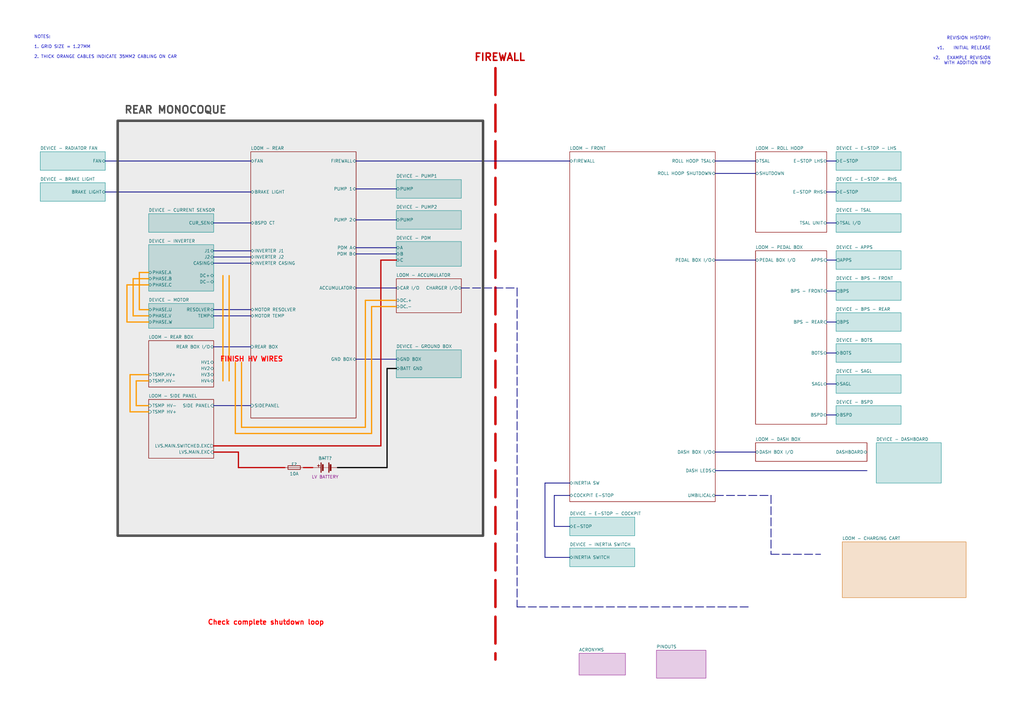
<source format=kicad_sch>
(kicad_sch (version 20230121) (generator eeschema)
  (paper "A3")
  (title_block (title "STAG X - TOP LEVEL"))
  (lib_symbols
    (symbol "Device:Battery" (pin_numbers hide) (pin_names (offset 0) hide)
      (property "Reference" "BT" (at 2.54 2.54 0))
      (property "Value" "Battery" (at 2.54 0 0))
      (symbol "Battery_0_1"
        (rectangle (start -2.032 -1.397) (end 2.032 -1.651) (fill (type outline)))
        (rectangle (start -2.032 1.778) (end 2.032 1.524) (fill (type outline)))
        (rectangle (start -1.3208 -1.9812) (end 1.27 -2.4892) (fill (type outline)))
        (rectangle (start -1.3208 1.1938) (end 1.27 0.6858) (fill (type outline)))
        (polyline (pts (xy 0 -1.524) (xy 0 -1.27)))
        (polyline (pts (xy 0 -1.016) (xy 0 -0.762)))
        (polyline (pts (xy 0 -0.508) (xy 0 -0.254)))
        (polyline (pts (xy 0 0) (xy 0 0.254)))
        (polyline (pts (xy 0 0.508) (xy 0 0.762)))
        (polyline (pts (xy 0 1.778) (xy 0 2.54)))
        (polyline (pts (xy 0.254 2.667) (xy 1.27 2.667)) (stroke (width 0.254)))
        (polyline (pts (xy 0.762 3.175) (xy 0.762 2.159)) (stroke (width 0.254)))
      )
      (symbol "Battery_1_1"
        (pin passive line (at 0 5.08 270) (length 2.54) (name "+") (number "1"))
        (pin passive line (at 0 -5.08 90) (length 2.54) (name "-") (number "2"))
      )
    )
    (symbol "Device:Fuse" (pin_numbers hide) (pin_names (offset 0))
      (property "Reference" "F" (at 2.032 0 90))
      (property "Value" "Fuse" (at -1.905 0 90))
      (symbol "Fuse_0_1"
        (rectangle (start -0.762 -2.54) (end 0.762 2.54) (stroke (width 0.254)))
        (polyline (pts (xy 0 2.54) (xy 0 -2.54)))
      )
      (symbol "Fuse_1_1"
        (pin passive line (at 0 3.81 270) (length 1.27) (name "~") (number "1"))
        (pin passive line (at 0 -3.81 90) (length 1.27) (name "~") (number "2"))
      )
    )
  )
  (bus (pts (xy 339.09 144.78) (xy 342.9 144.78)))
  (wire (pts (xy 156.21 182.88) (xy 156.21 106.68)) (stroke (width 0.5) (color 194 0 0 1)))
  (bus (pts (xy 339.09 170.18) (xy 342.9 170.18)))
  (bus (pts (xy 293.37 193.04) (xy 355.6 193.04)))
  (wire (pts (xy 52.07 116.84) (xy 60.96 116.84)) (stroke (width 0.5) (color 255 153 0 1)))
  (bus (pts (xy 293.37 71.12) (xy 309.88 71.12)))
  (wire (pts (xy 57.15 111.76) (xy 57.15 127)) (stroke (width 0.5) (color 255 153 0 1)))
  (bus (pts (xy 87.63 107.95) (xy 102.87 107.95)))
  (wire (pts (xy 57.15 111.76) (xy 60.96 111.76)) (stroke (width 0.5) (color 255 153 0 1)))
  (bus (pts (xy 339.09 106.68) (xy 342.9 106.68)))
  (wire (pts (xy 57.15 127) (xy 60.96 127)) (stroke (width 0.5) (color 255 153 0 1)))
  (wire (pts (xy 97.79 191.77) (xy 97.79 185.42)) (stroke (width 0.5) (color 194 0 0 1)))
  (bus (pts (xy 233.68 215.9) (xy 227.33 215.9)))
  (bus (pts (xy 146.05 101.6) (xy 162.56 101.6)))
  (wire (pts (xy 156.21 106.68) (xy 162.56 106.68)) (stroke (width 0.5) (color 194 0 0 1)))
  (bus (pts (xy 146.05 118.11) (xy 162.56 118.11)))
  (bus (pts (xy 339.09 66.04) (xy 342.9 66.04)))
  (wire (pts (xy 96.52 177.8) (xy 96.52 148.59)) (stroke (width 0.5) (color 255 153 0 1)))
  (wire (pts (xy 149.86 175.26) (xy 99.06 175.26)) (stroke (width 0.5) (color 255 153 0 1)))
  (bus (pts (xy 339.09 119.38) (xy 342.9 119.38)))
  (wire (pts (xy 158.75 191.77) (xy 158.75 151.13)) (stroke (width 0.5) (color 0 0 0 1)))
  (bus (pts (xy 87.63 91.44) (xy 102.87 91.44)))
  (bus (pts (xy 339.09 91.44) (xy 342.9 91.44)))
  (wire (pts (xy 152.4 125.73) (xy 162.56 125.73)) (stroke (width 0.5) (color 255 153 0 1)))
  (bus (pts (xy 227.33 203.2) (xy 233.68 203.2)))
  (wire (pts (xy 52.07 116.84) (xy 52.07 132.08)) (stroke (width 0.5) (color 255 153 0 1)))
  (bus (pts (xy 223.52 198.12) (xy 233.68 198.12)))
  (bus (pts (xy 43.18 66.04) (xy 102.87 66.04)))
  (wire (pts (xy 60.96 166.37) (xy 55.88 166.37)) (stroke (width 0.5) (color 255 153 0 1)))
  (bus (pts (xy 233.68 66.04) (xy 146.05 66.04)))
  (wire (pts (xy 91.44 113.03) (xy 91.44 156.21)) (stroke (width 0.5) (color 255 153 0 1)))
  (bus (pts (xy 43.18 78.74) (xy 102.87 78.74)))
  (wire (pts (xy 97.79 185.42) (xy 87.63 185.42)) (stroke (width 0.5) (color 194 0 0 1)))
  (bus (pts (xy 87.63 129.54) (xy 102.87 129.54)))
  (wire (pts (xy 52.07 132.08) (xy 60.96 132.08)) (stroke (width 0.5) (color 255 153 0 1)))
  (bus (pts (xy 87.63 105.41) (xy 102.87 105.41)))
  (bus (pts (xy 233.68 228.6) (xy 223.52 228.6)))
  (bus (pts (xy 212.09 248.92) (xy 307.34 248.92)) (stroke (width 0) (type dash)))
  (bus (pts (xy 227.33 215.9) (xy 227.33 203.2)))
  (wire (pts (xy 152.4 177.8) (xy 96.52 177.8)) (stroke (width 0.5) (color 255 153 0 1)))
  (wire (pts (xy 53.34 168.91) (xy 60.96 168.91)) (stroke (width 0.5) (color 255 153 0 1)))
  (bus (pts (xy 316.23 227.33) (xy 336.55 227.33)) (stroke (width 0) (type dash)))
  (bus (pts (xy 339.09 132.08) (xy 342.9 132.08)))
  (wire (pts (xy 99.06 175.26) (xy 99.06 148.59)) (stroke (width 0.5) (color 255 153 0 1)))
  (wire (pts (xy 54.61 114.3) (xy 60.96 114.3)) (stroke (width 0.5) (color 255 153 0 1)))
  (bus (pts (xy 339.09 157.48) (xy 342.9 157.48)))
  (wire (pts (xy 55.88 156.21) (xy 60.96 156.21)) (stroke (width 0.5) (color 255 153 0 1)))
  (bus (pts (xy 146.05 147.32) (xy 162.56 147.32)))
  (polyline (pts (xy 203.2 27.94) (xy 203.2 270.51)) (stroke (width 1) (type dash) (color 194 0 0 1)))
  (bus (pts (xy 87.63 102.87) (xy 102.87 102.87)))
  (bus (pts (xy 212.09 118.11) (xy 212.09 248.92)) (stroke (width 0) (type dash)))
  (wire (pts (xy 149.86 123.19) (xy 149.86 175.26)) (stroke (width 0.5) (color 255 153 0 1)))
  (wire (pts (xy 53.34 153.67) (xy 53.34 168.91)) (stroke (width 0.5) (color 255 153 0 1)))
  (wire (pts (xy 152.4 125.73) (xy 152.4 177.8)) (stroke (width 0.5) (color 255 153 0 1)))
  (bus (pts (xy 87.63 127) (xy 102.87 127)))
  (bus (pts (xy 293.37 106.68) (xy 309.88 106.68)))
  (bus (pts (xy 87.63 166.37) (xy 102.87 166.37)))
  (bus (pts (xy 293.37 185.42) (xy 309.88 185.42)))
  (bus (pts (xy 293.37 203.2) (xy 316.23 203.2)) (stroke (width 0) (type dash)))
  (bus (pts (xy 316.23 203.2) (xy 316.23 227.33)) (stroke (width 0) (type dash)))
  (wire (pts (xy 93.98 113.03) (xy 93.98 156.21)) (stroke (width 0.5) (color 255 153 0 1)))
  (bus (pts (xy 146.05 104.14) (xy 162.56 104.14)))
  (wire (pts (xy 60.96 153.67) (xy 53.34 153.67)) (stroke (width 0.5) (color 255 153 0 1)))
  (wire (pts (xy 87.63 182.88) (xy 156.21 182.88)) (stroke (width 0.5) (color 194 0 0 1)))
  (bus (pts (xy 223.52 228.6) (xy 223.52 198.12)))
  (wire (pts (xy 54.61 114.3) (xy 54.61 129.54)) (stroke (width 0.5) (color 255 153 0 1)))
  (bus (pts (xy 189.23 118.11) (xy 212.09 118.11)) (stroke (width 0) (type dash)))
  (wire (pts (xy 54.61 129.54) (xy 60.96 129.54)) (stroke (width 0.5) (color 255 153 0 1)))
  (wire (pts (xy 138.43 191.77) (xy 158.75 191.77)) (stroke (width 0.5) (color 0 0 0 1)))
  (bus (pts (xy 146.05 77.47) (xy 162.56 77.47)))
  (wire (pts (xy 149.86 123.19) (xy 162.56 123.19)) (stroke (width 0.5) (color 255 153 0 1)))
  (bus (pts (xy 87.63 142.24) (xy 102.87 142.24)))
  (wire (pts (xy 158.75 151.13) (xy 162.56 151.13)) (stroke (width 0.5) (color 0 0 0 1)))
  (wire (pts (xy 124.46 191.77) (xy 128.27 191.77)) (stroke (width 0.5) (color 194 0 0 1)))
  (wire (pts (xy 116.84 191.77) (xy 97.79 191.77)) (stroke (width 0.5) (color 194 0 0 1)))
  (bus (pts (xy 293.37 66.04) (xy 309.88 66.04)))
  (wire (pts (xy 55.88 166.37) (xy 55.88 156.21)) (stroke (width 0.5) (color 255 153 0 1)))
  (bus (pts (xy 339.09 78.74) (xy 342.9 78.74)))
  (bus (pts (xy 146.05 90.17) (xy 162.56 90.17)))
  (rectangle (start 48.26 49.53) (end 198.12 219.71) (stroke (width 1) (color 72 72 72 1)) (fill (type color) (color 132 132 132 0.15)))
  (text "FINISH HV WIRES" (at 90.17 148.59 0) (effects (font (size 2 2) (thickness 0.4) bold) (justify left bottom)))
  (text "NOTES:\n\n1. GRID SIZE = 1.27MM\n\n2. THICK ORANGE CABLES INDICATE 35MM2 CABLING ON CAR" (at 13.97 24.13 0) (effects (font (size 1.27 1.27)) (justify left bottom)))
  (text "Check complete shutdown loop" (at 85.09 256.54 0) (effects (font (size 2 2) (thickness 0.4) bold) (justify left bottom)))
  (text "     REVISION HISTORY:\n\nv1.    INITIAL RELEASE\n\nv2.   EXAMPLE REVISION\n    WITH ADDITION INFO" (at 406.4 26.67 0) (effects (font (size 1.27 1.27)) (justify right bottom)))
  (text "FIREWALL" (at 194.31 25.4 0) (effects (font (size 3 3) (thickness 0.6) bold) (justify left bottom)))
  (text "REAR MONOCOQUE" (at 50.8 46.99 0) (effects (font (size 3 3) bold) (justify left bottom)))
  (symbol (lib_id "Device:Fuse") (at 120.65 191.77 270) (unit 1)
    (property "Reference" "F?" (at 120.65 190.5 90))
    (property "Value" "10A" (at 120.65 194.31 90))
  )
  (symbol (lib_id "Device:Battery") (at 133.35 191.77 90) (unit 1)
    (property "Reference" "BATT?" (at 133.35 187.96 90))
    (property "Value" "~" (at 132.969 187.96 90))
    (property "Conn Name" "LV BATTERY" (at 133.35 195.58 90))
  )
  (sheet (at 342.9 140.97) (size 26.67 7.62) (stroke (width 0.1524) (color 0 132 132 1)) (fill (color 0 132 132 0.2000))
    (property "Sheetname" "DEVICE - BOTS" (at 342.9 140.2584 0) (effects (justify left bottom)))
    (property "Sheetfile" "device-bots.kicad_sch" (effects hide))
    (pin "BOTS" bidirectional (at 342.9 144.78 180))
  )
  (sheet (at 162.56 99.06) (size 26.67 10.16) (stroke (width 0.1524) (color 0 132 132 1)) (fill (color 0 132 132 0.2000))
    (property "Sheetname" "DEVICE - PDM" (at 162.56 98.3484 0) (effects (justify left bottom)))
    (property "Sheetfile" "device-pdm.kicad_sch" (effects hide))
    (pin "C" bidirectional (at 162.56 106.68 180))
    (pin "B" bidirectional (at 162.56 104.14 180))
    (pin "A" bidirectional (at 162.56 101.6 180))
  )
  (sheet (at 237.49 267.97) (size 19.05 8.89) (stroke (width 0.1524) (color 132 0 132 1)) (fill (color 132 0 132 0.2000))
    (property "Sheetname" "ACRONYMS" (at 237.49 267.2584 0) (effects (justify left bottom)))
    (property "Sheetfile" "acronyms.kicad_sch" (effects hide))
  )
  (sheet (at 162.56 86.36) (size 26.67 7.62) (stroke (width 0.1524) (color 0 132 132 1)) (fill (color 0 132 132 0.2000))
    (property "Sheetname" "DEVICE - PUMP2" (at 162.56 85.6484 0) (effects (justify left bottom)))
    (property "Sheetfile" "device-pump.kicad_sch" (effects hide))
    (pin "PUMP" bidirectional (at 162.56 90.17 180))
  )
  (sheet (at 233.68 212.09) (size 26.67 7.62) (stroke (width 0.1524) (color 0 132 132 1)) (fill (color 0 132 132 0.2000))
    (property "Sheetname" "DEVICE - E-STOP - COCKPIT" (at 233.68 211.3784 0) (effects (justify left bottom)))
    (property "Sheetfile" "device-e-stop.kicad_sch" (effects hide))
    (pin "E-STOP" bidirectional (at 233.68 215.9 180))
  )
  (sheet (at 60.96 100.33) (size 26.67 19.05) (stroke (width 0.1524) (color 0 132 132 1)) (fill (color 0 132 132 0.2000))
    (property "Sheetname" "DEVICE - INVERTER" (at 60.96 99.6184 0) (effects (justify left bottom)))
    (property "Sheetfile" "device-inverter.kicad_sch" (effects hide))
    (pin "PHASE.A" bidirectional (at 60.96 111.76 180))
    (pin "PHASE.B" bidirectional (at 60.96 114.3 180))
    (pin "PHASE.C" bidirectional (at 60.96 116.84 180))
    (pin "J1" bidirectional (at 87.63 102.87 0))
    (pin "J2" bidirectional (at 87.63 105.41 0))
    (pin "CASING" bidirectional (at 87.63 107.95 0))
    (pin "DC+" bidirectional (at 87.63 113.03 0))
    (pin "DC-" bidirectional (at 87.63 115.57 0))
  )
  (sheet (at 342.9 87.63) (size 26.67 7.62) (stroke (width 0.1524) (color 0 132 132 1)) (fill (color 0 132 132 0.2000))
    (property "Sheetname" "DEVICE - TSAL" (at 342.9 86.9184 0) (effects (justify left bottom)))
    (property "Sheetfile" "device-tsal.kicad_sch" (effects hide))
    (pin "TSAL I{slash}O" bidirectional (at 342.9 91.44 180))
  )
  (sheet (at 359.41 181.61) (size 26.67 16.51) (stroke (width 0.1524) (color 0 132 132 1)) (fill (color 0 132 132 0.2000))
    (property "Sheetname" "DEVICE - DASHBOARD" (at 359.41 180.8984 0) (effects (justify left bottom)))
    (property "Sheetfile" "device-dashboard.kicad_sch" (effects hide))
  )
  (sheet (at 102.87 62.23) (size 43.18 109.22) (stroke (width 0.1524))
    (property "Sheetname" "LOOM - REAR" (at 102.87 61.5184 0) (effects (justify left bottom)))
    (property "Sheetfile" "loom-rear.kicad_sch" (effects hide))
    (pin "FIREWALL" bidirectional (at 146.05 66.04 0))
    (pin "REAR BOX" input (at 102.87 142.24 180))
    (pin "ACCUMULATOR" bidirectional (at 146.05 118.11 0))
    (pin "MOTOR RESOLVER" bidirectional (at 102.87 127 180))
    (pin "MOTOR TEMP" bidirectional (at 102.87 129.54 180))
    (pin "BSPD CT" bidirectional (at 102.87 91.44 180))
    (pin "FAN" bidirectional (at 102.87 66.04 180))
    (pin "PUMP 2" bidirectional (at 146.05 90.17 0))
    (pin "BRAKE LIGHT" bidirectional (at 102.87 78.74 180))
    (pin "PUMP 1" bidirectional (at 146.05 77.47 0))
    (pin "INVERTER J1" bidirectional (at 102.87 102.87 180))
    (pin "INVERTER J2" bidirectional (at 102.87 105.41 180))
    (pin "GND BOX" bidirectional (at 146.05 147.32 0))
    (pin "PDM A" bidirectional (at 146.05 101.6 0))
    (pin "SIDEPANEL" input (at 102.87 166.37 180))
    (pin "PDM B" bidirectional (at 146.05 104.14 0))
    (pin "INVERTER CASING" bidirectional (at 102.87 107.95 180))
  )
  (sheet (at 162.56 73.66) (size 26.67 7.62) (stroke (width 0.1524) (color 0 132 132 1)) (fill (color 0 132 132 0.2000))
    (property "Sheetname" "DEVICE - PUMP1" (at 162.56 72.9484 0) (effects (justify left bottom)))
    (property "Sheetfile" "device-pump.kicad_sch" (effects hide))
    (pin "PUMP" bidirectional (at 162.56 77.47 180))
  )
  (sheet (at 342.9 102.87) (size 26.67 7.62) (stroke (width 0.1524) (color 0 132 132 1)) (fill (color 0 132 132 0.2000))
    (property "Sheetname" "DEVICE - APPS" (at 342.9 102.1584 0) (effects (justify left bottom)))
    (property "Sheetfile" "device-apps.kicad_sch" (effects hide))
    (pin "APPS" output (at 342.9 106.68 180))
  )
  (sheet (at 16.51 62.23) (size 26.67 7.62) (stroke (width 0.1524) (color 0 132 132 1)) (fill (color 0 132 132 0.2000))
    (property "Sheetname" "DEVICE - RADIATOR FAN" (at 16.51 61.5184 0) (effects (justify left bottom)))
    (property "Sheetfile" "device-radiator-fan.kicad_sch" (effects hide))
    (pin "FAN" bidirectional (at 43.18 66.04 0))
  )
  (sheet (at 309.88 181.61) (size 45.72 7.62) (stroke (width 0.1524))
    (property "Sheetname" "LOOM - DASH BOX" (at 309.88 180.8984 0) (effects (justify left bottom)))
    (property "Sheetfile" "loom-dash-box.kicad_sch" (effects hide))
    (pin "DASHBOARD" bidirectional (at 355.6 185.42 0))
    (pin "DASH BOX I{slash}O" bidirectional (at 309.88 185.42 180))
  )
  (sheet (at 342.9 62.23) (size 26.67 7.62) (stroke (width 0.1524) (color 0 132 132 1)) (fill (color 0 132 132 0.2000))
    (property "Sheetname" "DEVICE - E-STOP - LHS" (at 342.9 61.5184 0) (effects (justify left bottom)))
    (property "Sheetfile" "device-e-stop.kicad_sch" (effects hide))
    (pin "E-STOP" bidirectional (at 342.9 66.04 180))
  )
  (sheet (at 342.9 115.57) (size 26.67 7.62) (stroke (width 0.1524) (color 0 132 132 1)) (fill (color 0 132 132 0.2000))
    (property "Sheetname" "DEVICE - BPS - FRONT" (at 342.9 114.8584 0) (effects (justify left bottom)))
    (property "Sheetfile" "device-bps.kicad_sch" (effects hide))
    (pin "BPS" output (at 342.9 119.38 180))
  )
  (sheet (at 342.9 74.93) (size 26.67 7.62) (stroke (width 0.1524) (color 0 132 132 1)) (fill (color 0 132 132 0.2000))
    (property "Sheetname" "DEVICE - E-STOP - RHS" (at 342.9 74.2184 0) (effects (justify left bottom)))
    (property "Sheetfile" "device-e-stop.kicad_sch" (effects hide))
    (pin "E-STOP" bidirectional (at 342.9 78.74 180))
  )
  (sheet (at 60.96 163.83) (size 26.67 24.13) (stroke (width 0.1524))
    (property "Sheetname" "LOOM - SIDE PANEL" (at 60.96 163.1184 0) (effects (justify left bottom)))
    (property "Sheetfile" "loom-side-panel.kicad_sch" (effects hide))
    (pin "LVS.MAIN.EXC" input (at 87.63 185.42 0))
    (pin "TSMP HV-" input (at 60.96 166.37 180))
    (pin "TSMP HV+" input (at 60.96 168.91 180))
    (pin "SIDE PANEL" input (at 87.63 166.37 0))
    (pin "LVS.MAIN.SWITCHED.EXC" output (at 87.63 182.88 0))
  )
  (sheet (at 342.9 166.37) (size 26.67 7.62) (stroke (width 0.1524) (color 0 132 132 1)) (fill (color 0 132 132 0.2000))
    (property "Sheetname" "DEVICE - BSPD" (at 342.9 165.6584 0) (effects (justify left bottom)))
    (property "Sheetfile" "device-bspd.kicad_sch" (effects hide))
    (pin "BSPD" bidirectional (at 342.9 170.18 180))
  )
  (sheet (at 162.56 143.51) (size 26.67 11.43) (stroke (width 0.1524) (color 0 132 132 1)) (fill (color 0 132 132 0.2000))
    (property "Sheetname" "DEVICE - GROUND BOX" (at 162.56 142.7984 0) (effects (justify left bottom)))
    (property "Sheetfile" "device-ground-box.kicad_sch" (effects hide))
    (pin "GND BOX" bidirectional (at 162.56 147.32 180))
    (pin "BATT GND" bidirectional (at 162.56 151.13 180))
  )
  (sheet (at 60.96 124.46) (size 26.67 10.16) (stroke (width 0.1524) (color 0 132 132 1)) (fill (color 0 132 132 0.2000))
    (property "Sheetname" "DEVICE - MOTOR" (at 60.96 123.7484 0) (effects (justify left bottom)))
    (property "Sheetfile" "device-motor.kicad_sch" (effects hide))
    (pin "PHASE.V" bidirectional (at 60.96 129.54 180))
    (pin "PHASE.U" bidirectional (at 60.96 127 180))
    (pin "PHASE.W" bidirectional (at 60.96 132.08 180))
    (pin "RESOLVER" bidirectional (at 87.63 127 0))
    (pin "TEMP" bidirectional (at 87.63 129.54 0))
  )
  (sheet (at 345.44 222.25) (size 50.8 22.86) (stroke (width 0.1524) (color 204 102 0 1)) (fill (color 204 102 0 0.2000))
    (property "Sheetname" "LOOM - CHARGING CART" (at 345.44 221.5384 0) (effects (justify left bottom)))
    (property "Sheetfile" "loom-charging-cart.kicad_sch" (effects hide))
  )
  (sheet (at 342.9 153.67) (size 26.67 7.62) (stroke (width 0.1524) (color 0 132 132 1)) (fill (color 0 132 132 0.2000))
    (property "Sheetname" "DEVICE - SAGL" (at 342.9 152.9584 0) (effects (justify left bottom)))
    (property "Sheetfile" "device-sagl.kicad_sch" (effects hide))
    (pin "SAGL" bidirectional (at 342.9 157.48 180))
  )
  (sheet (at 60.96 87.63) (size 26.67 7.62) (stroke (width 0.1524) (color 0 132 132 1)) (fill (color 0 132 132 0.2000))
    (property "Sheetname" "DEVICE - CURRENT SENSOR" (at 60.96 86.9184 0) (effects (justify left bottom)))
    (property "Sheetfile" "device-current-sensor.kicad_sch" (effects hide))
    (pin "CUR_SEN" bidirectional (at 87.63 91.44 0))
  )
  (sheet (at 162.56 114.3) (size 26.67 13.97) (stroke (width 0.1524))
    (property "Sheetname" "LOOM - ACCUMULATOR" (at 162.56 113.5884 0) (effects (justify left bottom)))
    (property "Sheetfile" "loom-accumulator.kicad_sch" (effects hide))
    (pin "CHARGER I{slash}O" bidirectional (at 189.23 118.11 0))
    (pin "CAR I{slash}O" bidirectional (at 162.56 118.11 180))
    (pin "DC.-" bidirectional (at 162.56 125.73 180))
    (pin "DC.+" bidirectional (at 162.56 123.19 180))
  )
  (sheet (at 269.24 266.7) (size 20.32 11.43) (stroke (width 0.1524) (color 132 0 132 1)) (fill (color 132 0 132 0.2000))
    (property "Sheetname" "PINOUTS" (at 269.24 265.9884 0) (effects (justify left bottom)))
    (property "Sheetfile" "pinouts.kicad_sch" (effects hide))
  )
  (sheet (at 60.96 139.7) (size 26.67 19.05) (stroke (width 0.1524))
    (property "Sheetname" "LOOM - REAR BOX" (at 60.96 138.9884 0) (effects (justify left bottom)))
    (property "Sheetfile" "loom-rear-box.kicad_sch" (effects hide))
    (pin "HV3" bidirectional (at 87.63 153.67 0))
    (pin "HV4" bidirectional (at 87.63 156.21 0))
    (pin "HV1" bidirectional (at 87.63 148.59 0))
    (pin "HV2" bidirectional (at 87.63 151.13 0))
    (pin "TSMP.HV+" bidirectional (at 60.96 153.67 180))
    (pin "TSMP.HV-" bidirectional (at 60.96 156.21 180))
    (pin "REAR BOX I{slash}O" bidirectional (at 87.63 142.24 0))
  )
  (sheet (at 342.9 128.27) (size 26.67 7.62) (stroke (width 0.1524) (color 0 132 132 1)) (fill (color 0 132 132 0.2000))
    (property "Sheetname" "DEVICE - BPS - REAR" (at 342.9 127.5584 0) (effects (justify left bottom)))
    (property "Sheetfile" "device-bps.kicad_sch" (effects hide))
    (pin "BPS" output (at 342.9 132.08 180))
  )
  (sheet (at 309.88 62.23) (size 29.21 33.02) (stroke (width 0.1524))
    (property "Sheetname" "LOOM - ROLL HOOP" (at 309.88 61.5184 0) (effects (justify left bottom)))
    (property "Sheetfile" "loom-roll-hoop.kicad_sch" (effects hide))
    (pin "E-STOP LHS" bidirectional (at 339.09 66.04 0))
    (pin "E-STOP RHS" bidirectional (at 339.09 78.74 0))
    (pin "TSAL UNIT" bidirectional (at 339.09 91.44 0))
    (pin "TSAL" bidirectional (at 309.88 66.04 180))
    (pin "SHUTDOWN" bidirectional (at 309.88 71.12 180))
  )
  (sheet (at 233.68 62.23) (size 59.69 143.51) (stroke (width 0.1524))
    (property "Sheetname" "LOOM - FRONT" (at 233.68 61.5184 0) (effects (justify left bottom)))
    (property "Sheetfile" "loom-front.kicad_sch" (effects hide))
    (pin "PEDAL BOX I{slash}O" bidirectional (at 293.37 106.68 0))
    (pin "DASH BOX I{slash}O" bidirectional (at 293.37 185.42 0))
    (pin "FIREWALL" bidirectional (at 233.68 66.04 180))
    (pin "INERTIA SW" bidirectional (at 233.68 198.12 180))
    (pin "COCKPIT E-STOP" bidirectional (at 233.68 203.2 180))
    (pin "UMBILICAL" bidirectional (at 293.37 203.2 0))
    (pin "ROLL HOOP SHUTDOWN" bidirectional (at 293.37 71.12 0))
    (pin "ROLL HOOP TSAL" bidirectional (at 293.37 66.04 0))
    (pin "DASH LEDS" input (at 293.37 193.04 0))
  )
  (sheet (at 309.88 102.87) (size 29.21 71.12) (stroke (width 0.1524))
    (property "Sheetname" "LOOM - PEDAL BOX" (at 309.88 102.1584 0) (effects (justify left bottom)))
    (property "Sheetfile" "loom-pedal-box.kicad_sch" (effects hide))
    (pin "APPS" input (at 339.09 106.68 0))
    (pin "BPS - FRONT" input (at 339.09 119.38 0))
    (pin "BPS - REAR" input (at 339.09 132.08 0))
    (pin "BOTS" bidirectional (at 339.09 144.78 0))
    (pin "SAGL" bidirectional (at 339.09 157.48 0))
    (pin "PEDAL BOX I{slash}O" bidirectional (at 309.88 106.68 180))
    (pin "BSPD" bidirectional (at 339.09 170.18 0))
  )
  (sheet (at 233.68 224.79) (size 26.67 7.62) (stroke (width 0.1524) (color 0 132 132 1)) (fill (color 0 132 132 0.2000))
    (property "Sheetname" "DEVICE - INERTIA SWITCH" (at 233.68 224.0784 0) (effects (justify left bottom)))
    (property "Sheetfile" "device-inertia-switch.kicad_sch" (effects hide))
    (pin "INERTIA SWITCH" bidirectional (at 233.68 228.6 180))
  )
  (sheet (at 16.51 74.93) (size 26.67 7.62) (stroke (width 0.1524) (color 0 132 132 1)) (fill (color 0 132 132 0.2000))
    (property "Sheetname" "DEVICE - BRAKE LIGHT" (at 16.51 74.2184 0) (effects (justify left bottom)))
    (property "Sheetfile" "device-brake-light.kicad_sch" (effects hide))
    (pin "BRAKE LIGHT" bidirectional (at 43.18 78.74 0))
  )
)
</source>
